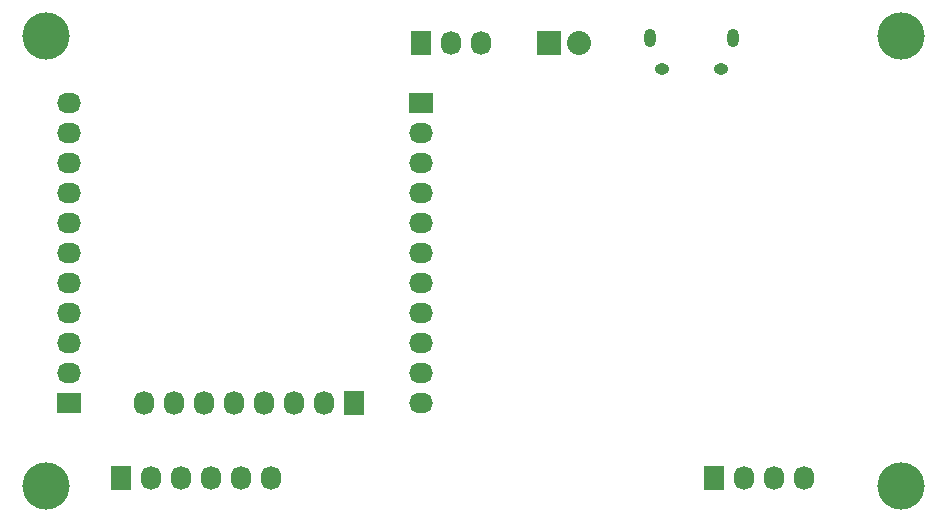
<source format=gbr>
G04 #@! TF.FileFunction,Soldermask,Bot*
%FSLAX46Y46*%
G04 Gerber Fmt 4.6, Leading zero omitted, Abs format (unit mm)*
G04 Created by KiCad (PCBNEW (2015-03-05 BZR 5481)-product) date Monday, 13 July 2015 02:26:57 pm*
%MOMM*%
G01*
G04 APERTURE LIST*
%ADD10C,0.100000*%
%ADD11R,2.032000X1.727200*%
%ADD12O,2.032000X1.727200*%
%ADD13R,1.727200X2.032000*%
%ADD14O,1.727200X2.032000*%
%ADD15O,1.250000X0.950000*%
%ADD16O,1.000000X1.550000*%
%ADD17R,2.032000X2.032000*%
%ADD18O,2.032000X2.032000*%
%ADD19C,4.000000*%
G04 APERTURE END LIST*
D10*
D11*
X52705000Y-29210000D03*
D12*
X52705000Y-31750000D03*
X52705000Y-34290000D03*
X52705000Y-36830000D03*
X52705000Y-39370000D03*
X52705000Y-41910000D03*
X52705000Y-44450000D03*
X52705000Y-46990000D03*
X52705000Y-49530000D03*
X52705000Y-52070000D03*
X52705000Y-54610000D03*
D11*
X22860000Y-54610000D03*
D12*
X22860000Y-52070000D03*
X22860000Y-49530000D03*
X22860000Y-46990000D03*
X22860000Y-44450000D03*
X22860000Y-41910000D03*
X22860000Y-39370000D03*
X22860000Y-36830000D03*
X22860000Y-34290000D03*
X22860000Y-31750000D03*
X22860000Y-29210000D03*
D13*
X46990000Y-54610000D03*
D14*
X44450000Y-54610000D03*
X41910000Y-54610000D03*
X39370000Y-54610000D03*
X36830000Y-54610000D03*
X34290000Y-54610000D03*
X31750000Y-54610000D03*
X29210000Y-54610000D03*
D13*
X52705000Y-24130000D03*
D14*
X55245000Y-24130000D03*
X57785000Y-24130000D03*
D13*
X77470000Y-60960000D03*
D14*
X80010000Y-60960000D03*
X82550000Y-60960000D03*
X85090000Y-60960000D03*
D15*
X78065900Y-26327540D03*
X73065900Y-26327540D03*
D16*
X79065900Y-23627540D03*
X72065900Y-23627540D03*
D17*
X63500000Y-24130000D03*
D18*
X66040000Y-24130000D03*
D13*
X27305000Y-60960000D03*
D14*
X29845000Y-60960000D03*
X32385000Y-60960000D03*
X34925000Y-60960000D03*
X37465000Y-60960000D03*
X40005000Y-60960000D03*
D19*
X20955000Y-23495000D03*
X93345000Y-23495000D03*
X93345000Y-61595000D03*
X20955000Y-61595000D03*
M02*

</source>
